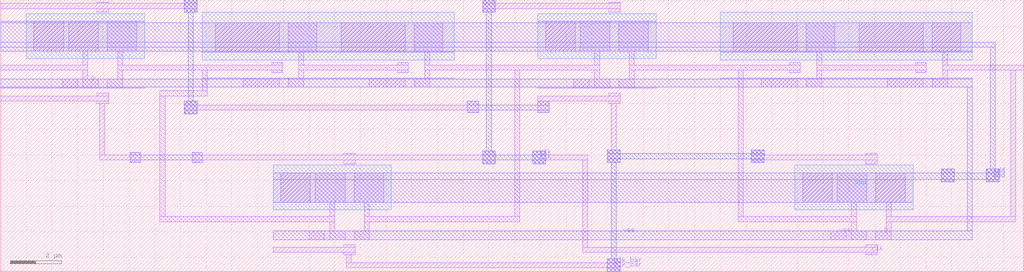
<source format=lef>
VERSION 5.7 ;
  NOWIREEXTENSIONATPIN ON ;
  DIVIDERCHAR "/" ;
  BUSBITCHARS "[]" ;
MACRO dff2
  CLASS BLOCK ;
  FOREIGN dff2 ;
  ORIGIN 1.000 6.550 ;
  SIZE 39.800 BY 10.600 ;
  PIN D
    ANTENNADIFFAREA 2.182500 ;
    PORT
      LAYER li1 ;
        RECT 1.650 2.050 2.800 3.200 ;
        RECT 2.200 1.500 2.400 2.050 ;
        RECT -1.000 1.300 2.400 1.500 ;
        RECT 2.200 0.950 2.400 1.300 ;
        RECT 2.200 0.600 2.800 0.950 ;
    END
  END D
  PIN Q
    ANTENNADIFFAREA 4.365000 ;
    PORT
      LAYER li1 ;
        RECT 35.250 2.000 36.350 3.150 ;
        RECT 35.650 1.500 35.850 2.000 ;
        RECT 35.650 1.300 38.800 1.500 ;
        RECT 35.650 1.000 35.850 1.300 ;
        RECT 35.250 0.650 35.850 1.000 ;
        RECT 33.050 -3.850 34.200 -2.700 ;
        RECT 33.450 -4.400 33.650 -3.850 ;
        RECT 38.300 -4.400 38.500 1.300 ;
        RECT 33.450 -4.600 38.500 -4.400 ;
        RECT 33.450 -4.950 33.650 -4.600 ;
        RECT 33.050 -5.300 33.650 -4.950 ;
    END
  END Q
  PIN clk
    ANTENNAGATEAREA 0.540000 ;
    PORT
      LAYER li1 ;
        RECT 17.750 3.900 18.250 4.050 ;
        RECT 22.650 3.900 23.100 3.950 ;
        RECT 17.750 3.700 23.100 3.900 ;
        RECT 17.750 3.550 18.250 3.700 ;
        RECT 22.650 3.550 23.100 3.700 ;
        RECT 2.750 0.300 3.200 0.400 ;
        RECT -1.000 0.100 3.200 0.300 ;
        RECT 2.750 0.000 3.200 0.100 ;
        RECT 2.850 -2.000 3.050 0.000 ;
        RECT 4.050 -2.000 4.450 -1.900 ;
        RECT 2.850 -2.200 4.450 -2.000 ;
        RECT 4.050 -2.300 4.450 -2.200 ;
        RECT 6.450 -2.000 6.850 -1.900 ;
        RECT 12.350 -2.000 12.800 -1.950 ;
        RECT 17.750 -2.000 18.250 -1.850 ;
        RECT 6.450 -2.200 18.250 -2.000 ;
        RECT 6.450 -2.300 6.850 -2.200 ;
        RECT 12.350 -2.350 12.800 -2.200 ;
        RECT 17.750 -2.350 18.250 -2.200 ;
        RECT 19.700 -2.000 20.200 -1.850 ;
        RECT 19.700 -2.200 21.850 -2.000 ;
        RECT 19.700 -2.350 20.200 -2.200 ;
        RECT 21.650 -5.600 21.850 -2.200 ;
        RECT 32.650 -5.600 33.100 -5.500 ;
        RECT 21.650 -5.800 33.100 -5.600 ;
        RECT 32.650 -5.900 33.100 -5.800 ;
      LAYER met1 ;
        RECT 17.750 3.550 18.250 4.050 ;
        RECT 4.050 -2.000 4.450 -1.900 ;
        RECT 6.450 -2.000 6.850 -1.900 ;
        RECT 4.050 -2.200 6.850 -2.000 ;
        RECT 4.050 -2.300 4.450 -2.200 ;
        RECT 6.450 -2.300 6.850 -2.200 ;
        RECT 17.750 -2.350 18.250 -1.850 ;
        RECT 19.700 -2.350 20.200 -1.850 ;
      LAYER met2 ;
        RECT 17.750 3.550 18.250 4.050 ;
        RECT 17.900 -1.850 18.100 3.550 ;
        RECT 17.750 -2.000 18.250 -1.850 ;
        RECT 19.700 -2.000 20.200 -1.850 ;
        RECT 17.750 -2.200 20.200 -2.000 ;
        RECT 17.750 -2.350 18.250 -2.200 ;
        RECT 19.700 -2.350 20.200 -2.200 ;
    END
  END clk
  PIN clk_bar
    ANTENNAGATEAREA 0.540000 ;
    PORT
      LAYER li1 ;
        RECT 2.750 3.900 3.200 3.950 ;
        RECT 6.150 3.900 6.650 4.050 ;
        RECT -1.000 3.700 6.650 3.900 ;
        RECT 2.750 3.550 3.200 3.700 ;
        RECT 6.150 3.550 6.650 3.700 ;
        RECT 22.650 0.300 23.100 0.400 ;
        RECT 19.900 0.100 23.100 0.300 ;
        RECT 6.150 -0.050 6.650 0.100 ;
        RECT 17.150 -0.050 17.600 0.100 ;
        RECT 6.150 -0.250 17.600 -0.050 ;
        RECT 6.150 -0.400 6.650 -0.250 ;
        RECT 17.150 -0.350 17.600 -0.250 ;
        RECT 19.900 -0.350 20.350 0.100 ;
        RECT 22.650 0.000 23.100 0.100 ;
        RECT 22.750 -1.800 22.950 0.000 ;
        RECT 22.600 -2.300 23.100 -1.800 ;
        RECT 28.200 -2.000 28.700 -1.800 ;
        RECT 32.650 -2.000 33.100 -1.950 ;
        RECT 28.200 -2.200 33.100 -2.000 ;
        RECT 28.200 -2.300 28.700 -2.200 ;
        RECT 32.650 -2.350 33.100 -2.200 ;
        RECT 12.350 -5.600 12.800 -5.500 ;
        RECT 9.600 -5.800 12.800 -5.600 ;
        RECT 12.350 -5.900 12.800 -5.800 ;
        RECT 12.450 -6.200 12.650 -5.900 ;
        RECT 22.600 -6.200 23.100 -6.050 ;
        RECT 12.450 -6.400 23.100 -6.200 ;
        RECT 22.600 -6.550 23.100 -6.400 ;
      LAYER met1 ;
        RECT 6.150 3.550 6.650 4.050 ;
        RECT 6.150 -0.400 6.650 0.100 ;
        RECT 17.150 -0.050 17.600 0.100 ;
        RECT 19.900 -0.050 20.350 0.100 ;
        RECT 17.150 -0.250 20.350 -0.050 ;
        RECT 17.150 -0.350 17.600 -0.250 ;
        RECT 19.900 -0.350 20.350 -0.250 ;
        RECT 22.600 -2.300 23.100 -1.800 ;
        RECT 28.200 -2.300 28.700 -1.800 ;
        RECT 22.600 -6.550 23.100 -6.050 ;
      LAYER met2 ;
        RECT 6.150 3.550 6.650 4.050 ;
        RECT 6.300 0.100 6.500 3.550 ;
        RECT 6.150 -0.400 6.650 0.100 ;
        RECT 22.600 -1.950 23.100 -1.800 ;
        RECT 28.200 -1.950 28.700 -1.800 ;
        RECT 22.600 -2.150 28.700 -1.950 ;
        RECT 22.600 -2.300 23.100 -2.150 ;
        RECT 28.200 -2.300 28.700 -2.150 ;
        RECT 22.750 -6.050 22.950 -2.300 ;
        RECT 22.600 -6.550 23.100 -6.050 ;
    END
  END clk_bar
  PIN vdd
    ANTENNADIFFAREA 21.869999 ;
    PORT
      LAYER nwell ;
        RECT 0.000 1.750 4.600 3.500 ;
        RECT 6.850 1.700 16.650 3.550 ;
        RECT 19.900 1.750 24.500 3.500 ;
        RECT 27.000 1.700 36.800 3.550 ;
        RECT 9.600 -4.150 14.200 -2.400 ;
        RECT 29.900 -4.150 34.500 -2.400 ;
      LAYER li1 ;
        RECT 0.300 2.050 1.450 3.200 ;
        RECT 7.350 2.000 9.850 3.150 ;
        RECT 12.250 2.000 14.750 3.150 ;
        RECT 20.200 2.050 21.350 3.200 ;
        RECT 27.500 2.000 30.000 3.150 ;
        RECT 32.400 2.000 34.900 3.150 ;
        RECT 9.900 -3.850 11.050 -2.700 ;
        RECT 30.200 -3.850 31.350 -2.700 ;
        RECT 35.600 -3.050 36.100 -2.550 ;
        RECT 37.350 -3.050 37.850 -2.550 ;
      LAYER met1 ;
        RECT -1.000 3.150 4.600 3.200 ;
        RECT 19.900 3.150 24.500 3.200 ;
        RECT -1.000 2.400 36.800 3.150 ;
        RECT -1.000 2.200 37.700 2.400 ;
        RECT -1.000 2.050 36.800 2.200 ;
        RECT 6.850 2.000 16.650 2.050 ;
        RECT 27.000 2.000 36.800 2.050 ;
        RECT 37.500 -2.550 37.700 2.200 ;
        RECT 35.600 -2.700 36.100 -2.550 ;
        RECT 9.600 -2.950 36.100 -2.700 ;
        RECT 9.600 -3.850 34.500 -2.950 ;
        RECT 35.600 -3.050 36.100 -2.950 ;
        RECT 37.350 -3.050 37.850 -2.550 ;
      LAYER met2 ;
        RECT 35.600 -2.700 36.100 -2.550 ;
        RECT 37.350 -2.700 37.850 -2.550 ;
        RECT 35.600 -2.950 37.850 -2.700 ;
        RECT 35.600 -3.050 36.100 -2.950 ;
        RECT 37.350 -3.050 37.850 -2.950 ;
    END
  END vdd
  PIN vss
    ANTENNADIFFAREA 4.320000 ;
    PORT
      LAYER li1 ;
        RECT 1.400 0.600 2.000 0.950 ;
        RECT 8.450 0.650 9.850 1.000 ;
        RECT 13.350 0.650 14.750 1.000 ;
        RECT 21.300 0.600 21.900 0.950 ;
        RECT 28.600 0.650 30.000 1.000 ;
        RECT 33.500 0.650 34.900 1.000 ;
        RECT 11.000 -5.300 11.600 -4.950 ;
        RECT 31.300 -5.300 31.900 -4.950 ;
      LAYER met1 ;
        RECT 6.850 0.950 16.650 1.000 ;
        RECT 27.000 0.950 36.800 1.000 ;
        RECT -1.000 0.650 36.800 0.950 ;
        RECT -1.000 0.600 4.600 0.650 ;
        RECT 19.900 0.600 24.500 0.650 ;
        RECT 36.600 -4.950 36.800 0.650 ;
        RECT 9.600 -5.300 36.800 -4.950 ;
    END
  END vss
  OBS
      LAYER li1 ;
        RECT 3.150 2.050 4.300 3.200 ;
        RECT 3.550 1.500 3.750 2.050 ;
        RECT 10.200 2.000 11.300 3.150 ;
        RECT 15.100 2.000 16.200 3.150 ;
        RECT 21.550 2.050 22.700 3.200 ;
        RECT 23.050 2.050 24.200 3.200 ;
        RECT 9.550 1.500 9.950 1.600 ;
        RECT 3.550 1.300 9.950 1.500 ;
        RECT 3.550 0.950 3.750 1.300 ;
        RECT 3.150 0.600 3.750 0.950 ;
        RECT 6.850 0.500 7.050 1.300 ;
        RECT 9.550 1.200 9.950 1.300 ;
        RECT 10.600 1.500 10.800 2.000 ;
        RECT 14.450 1.500 14.850 1.600 ;
        RECT 10.600 1.300 14.850 1.500 ;
        RECT 10.600 1.000 10.800 1.300 ;
        RECT 14.450 1.200 14.850 1.300 ;
        RECT 15.500 1.500 15.700 2.000 ;
        RECT 22.100 1.500 22.300 2.050 ;
        RECT 15.500 1.300 22.300 1.500 ;
        RECT 15.500 1.000 15.700 1.300 ;
        RECT 10.200 0.650 10.800 1.000 ;
        RECT 15.100 0.650 15.700 1.000 ;
        RECT 5.200 0.300 7.050 0.500 ;
        RECT 5.200 -4.400 5.400 0.300 ;
        RECT 11.250 -3.850 12.400 -2.700 ;
        RECT 12.750 -3.850 13.900 -2.700 ;
        RECT 11.800 -4.400 12.000 -3.850 ;
        RECT 5.200 -4.600 12.000 -4.400 ;
        RECT 11.800 -4.950 12.000 -4.600 ;
        RECT 13.150 -4.400 13.350 -3.850 ;
        RECT 19.000 -4.400 19.200 1.300 ;
        RECT 22.100 0.950 22.300 1.300 ;
        RECT 23.450 1.500 23.650 2.050 ;
        RECT 30.350 2.000 31.450 3.150 ;
        RECT 29.700 1.500 30.100 1.600 ;
        RECT 23.450 1.300 30.100 1.500 ;
        RECT 23.450 0.950 23.650 1.300 ;
        RECT 22.100 0.600 22.700 0.950 ;
        RECT 23.050 0.600 23.650 0.950 ;
        RECT 13.150 -4.600 19.200 -4.400 ;
        RECT 27.700 -4.400 27.900 1.300 ;
        RECT 29.700 1.200 30.100 1.300 ;
        RECT 30.750 1.500 30.950 2.000 ;
        RECT 34.600 1.500 35.000 1.600 ;
        RECT 30.750 1.300 35.000 1.500 ;
        RECT 30.750 1.000 30.950 1.300 ;
        RECT 34.600 1.200 35.000 1.300 ;
        RECT 30.350 0.650 30.950 1.000 ;
        RECT 31.550 -3.850 32.700 -2.700 ;
        RECT 32.100 -4.400 32.300 -3.850 ;
        RECT 27.700 -4.600 32.300 -4.400 ;
        RECT 13.150 -4.950 13.350 -4.600 ;
        RECT 11.800 -5.300 12.400 -4.950 ;
        RECT 12.750 -5.300 13.350 -4.950 ;
        RECT 32.100 -4.950 32.300 -4.600 ;
        RECT 32.100 -5.300 32.700 -4.950 ;
  END
END dff2
END LIBRARY


</source>
